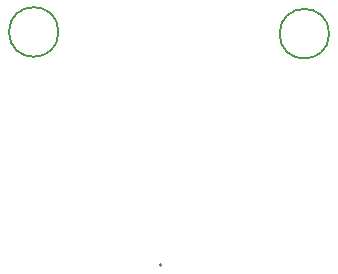
<source format=gbr>
%TF.GenerationSoftware,KiCad,Pcbnew,8.0.9-1.fc41*%
%TF.CreationDate,2025-06-12T13:42:16-04:00*%
%TF.ProjectId,OS-41,4f532d34-312e-46b6-9963-61645f706362,rev?*%
%TF.SameCoordinates,Original*%
%TF.FileFunction,Other,Comment*%
%FSLAX46Y46*%
G04 Gerber Fmt 4.6, Leading zero omitted, Abs format (unit mm)*
G04 Created by KiCad (PCBNEW 8.0.9-1.fc41) date 2025-06-12 13:42:16*
%MOMM*%
%LPD*%
G01*
G04 APERTURE LIST*
%ADD10C,0.200000*%
%ADD11C,0.150000*%
G04 APERTURE END LIST*
D10*
%TO.C,U6*%
X136970000Y-97680000D02*
G75*
G02*
X136770000Y-97680000I-100000J0D01*
G01*
X136770000Y-97680000D02*
G75*
G02*
X136970000Y-97680000I100000J0D01*
G01*
D11*
%TO.C,REF\u002A\u002A*%
X151140000Y-78090000D02*
G75*
G02*
X146940000Y-78090000I-2100000J0D01*
G01*
X146940000Y-78090000D02*
G75*
G02*
X151140000Y-78090000I2100000J0D01*
G01*
X128230000Y-77940000D02*
G75*
G02*
X124030000Y-77940000I-2100000J0D01*
G01*
X124030000Y-77940000D02*
G75*
G02*
X128230000Y-77940000I2100000J0D01*
G01*
%TD*%
M02*

</source>
